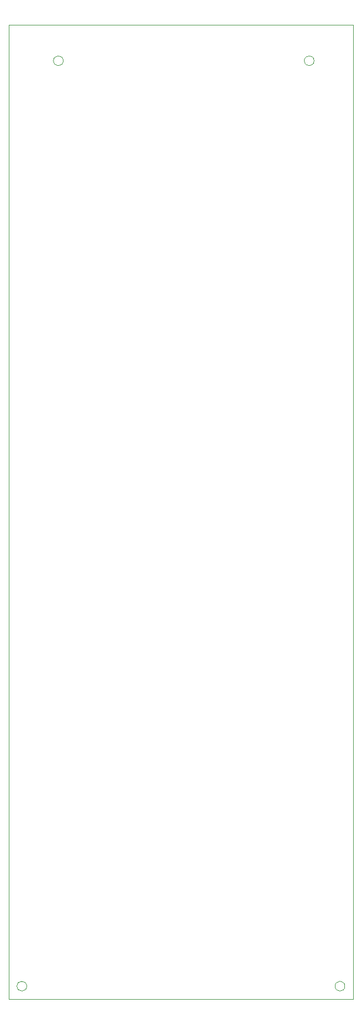
<source format=gm1>
G04 #@! TF.GenerationSoftware,KiCad,Pcbnew,5.1.4-e60b266~84~ubuntu19.04.1*
G04 #@! TF.CreationDate,2019-09-12T00:33:44+02:00*
G04 #@! TF.ProjectId,PixelSlasher,50697865-6c53-46c6-9173-6865722e6b69,2.0.4*
G04 #@! TF.SameCoordinates,Original*
G04 #@! TF.FileFunction,Profile,NP*
%FSLAX46Y46*%
G04 Gerber Fmt 4.6, Leading zero omitted, Abs format (unit mm)*
G04 Created by KiCad (PCBNEW 5.1.4-e60b266~84~ubuntu19.04.1) date 2019-09-12 00:33:44*
%MOMM*%
%LPD*%
G04 APERTURE LIST*
%ADD10C,0.120000*%
G04 APERTURE END LIST*
D10*
X155381100Y-180362820D02*
G75*
G03X155381100Y-180362820I-750000J0D01*
G01*
X106571100Y-180362820D02*
G75*
G03X106571100Y-180362820I-750000J0D01*
G01*
X112170000Y-38582600D02*
G75*
G03X112170000Y-38582600I-750000J0D01*
G01*
X150660800Y-38582600D02*
G75*
G03X150660800Y-38582600I-750000J0D01*
G01*
X156660000Y-33065000D02*
X103850000Y-33065000D01*
X156660000Y-182362820D02*
X103850000Y-182362820D01*
X156660000Y-33065000D02*
X156660000Y-182362820D01*
X103850000Y-33065000D02*
X103850000Y-182362820D01*
M02*

</source>
